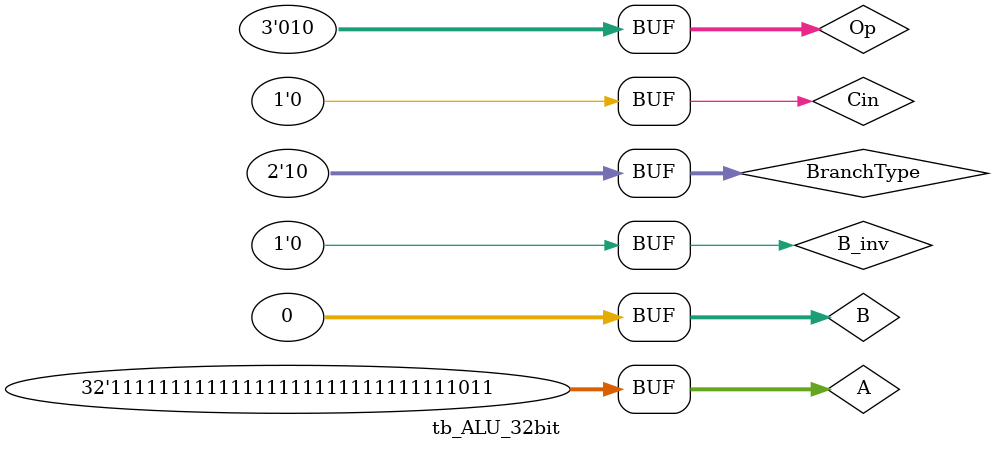
<source format=v>
`timescale 1ns / 1ps


module tb_ALU_32bit;

	// Inputs
	reg [31:0] A;
	reg [31:0] B;
	reg Cin;
	reg [2:0] Op;
	reg B_inv;
	reg [1:0] BranchType;

	// Outputs
	wire Cout;
	wire [31:0] Result;
	wire willBranch;

	// Instantiate the Unit Under Test (UUT)
	ALU_32bit uut (
		.A(A), 
		.B(B), 
		.Cin(Cin), 
		.Op(Op), 
		.B_inv(B_inv), 
		.BranchType(BranchType), 
		.Cout(Cout), 
		.Result(Result), 
		.willBranch(willBranch)
	);

	initial begin
		// Initialize Inputs
		A = 0;
		B = 0;
		Cin = 0;
		Op = 0;
		B_inv = 0;
		BranchType = 0;

		// Wait 100 ns for global reset to finish
		#100;
        
		// Add stimulus here
		//ADD
		#2
		A = 32'b100;
		B = 32'b101;
		Cin = 1'b0;
		B_inv = 1'b0;
		BranchType = 2'b11;
		Op = 3'b010;
		#2
		A = 32'b10001;
		B = 32'b101;
		Cin = 1'b0;
		B_inv = 1'b0;
		BranchType = 2'b11;
		Op = 3'b010;
		//COMP
		#2
		A = 32'b0;
		B = 32'b101;
		Cin = 1'b1;
		B_inv = 1'b1;
		BranchType = 2'b11;
		Op = 3'b010;
		//BItwise and
		#2
		
		A = 32'b100;
		B = 32'b101;
		Cin = 1'b0;
		B_inv = 1'b0;
		BranchType = 2'b11;
		Op = 3'b000;
		//Shift left logical
		#2
		
		A = 32'b101;
		B = 32'b101;
		Cin = 1'b0;
		B_inv = 1'b0;
		BranchType = 2'b11;
		Op = 3'b011;
		//Shift left logical
		#2
		
		A = 32'b100;
		B = 32'b101;
		Cin = 1'b0;
		B_inv = 1'b0;
		BranchType = 2'b11;
		Op = 3'b011;
		
		//brnch on less than 0
		#2
		
		A = -5;
		B = 0;
		Cin = 1'b0;
		B_inv = 1'b0;
		BranchType = 2'b10;
		Op = 3'b010;
		
	end
      
endmodule


</source>
